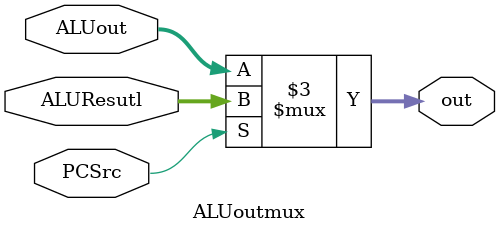
<source format=v>
module ALUoutmux(
    input [31:0] ALUout,
    input [31:0] ALUResutl,
    input PCSrc,
    output reg [31:0] out
);

always @(ALUout, ALUResutl, PCSrc)begin
  if (PCSrc)begin
    out <= ALUResutl;
  end
  else
    out <= ALUout;
end
endmodule
</source>
